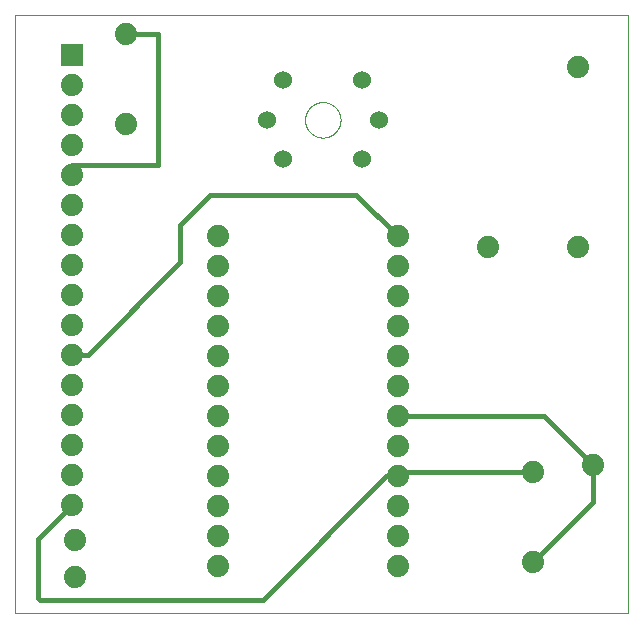
<source format=gtl>
G75*
%MOIN*%
%OFA0B0*%
%FSLAX25Y25*%
%IPPOS*%
%LPD*%
%AMOC8*
5,1,8,0,0,1.08239X$1,22.5*
%
%ADD10C,0.00000*%
%ADD11C,0.07400*%
%ADD12R,0.07400X0.07400*%
%ADD13C,0.06000*%
%ADD14C,0.01600*%
D10*
X0380833Y0098861D02*
X0380833Y0298211D01*
X0585184Y0298211D01*
X0585184Y0098861D01*
X0380833Y0098861D01*
X0477427Y0263250D02*
X0477429Y0263403D01*
X0477435Y0263557D01*
X0477445Y0263710D01*
X0477459Y0263862D01*
X0477477Y0264015D01*
X0477499Y0264166D01*
X0477524Y0264317D01*
X0477554Y0264468D01*
X0477588Y0264618D01*
X0477625Y0264766D01*
X0477666Y0264914D01*
X0477711Y0265060D01*
X0477760Y0265206D01*
X0477813Y0265350D01*
X0477869Y0265492D01*
X0477929Y0265633D01*
X0477993Y0265773D01*
X0478060Y0265911D01*
X0478131Y0266047D01*
X0478206Y0266181D01*
X0478283Y0266313D01*
X0478365Y0266443D01*
X0478449Y0266571D01*
X0478537Y0266697D01*
X0478628Y0266820D01*
X0478722Y0266941D01*
X0478820Y0267059D01*
X0478920Y0267175D01*
X0479024Y0267288D01*
X0479130Y0267399D01*
X0479239Y0267507D01*
X0479351Y0267612D01*
X0479465Y0267713D01*
X0479583Y0267812D01*
X0479702Y0267908D01*
X0479824Y0268001D01*
X0479949Y0268090D01*
X0480076Y0268177D01*
X0480205Y0268259D01*
X0480336Y0268339D01*
X0480469Y0268415D01*
X0480604Y0268488D01*
X0480741Y0268557D01*
X0480880Y0268622D01*
X0481020Y0268684D01*
X0481162Y0268742D01*
X0481305Y0268797D01*
X0481450Y0268848D01*
X0481596Y0268895D01*
X0481743Y0268938D01*
X0481891Y0268977D01*
X0482040Y0269013D01*
X0482190Y0269044D01*
X0482341Y0269072D01*
X0482492Y0269096D01*
X0482645Y0269116D01*
X0482797Y0269132D01*
X0482950Y0269144D01*
X0483103Y0269152D01*
X0483256Y0269156D01*
X0483410Y0269156D01*
X0483563Y0269152D01*
X0483716Y0269144D01*
X0483869Y0269132D01*
X0484021Y0269116D01*
X0484174Y0269096D01*
X0484325Y0269072D01*
X0484476Y0269044D01*
X0484626Y0269013D01*
X0484775Y0268977D01*
X0484923Y0268938D01*
X0485070Y0268895D01*
X0485216Y0268848D01*
X0485361Y0268797D01*
X0485504Y0268742D01*
X0485646Y0268684D01*
X0485786Y0268622D01*
X0485925Y0268557D01*
X0486062Y0268488D01*
X0486197Y0268415D01*
X0486330Y0268339D01*
X0486461Y0268259D01*
X0486590Y0268177D01*
X0486717Y0268090D01*
X0486842Y0268001D01*
X0486964Y0267908D01*
X0487083Y0267812D01*
X0487201Y0267713D01*
X0487315Y0267612D01*
X0487427Y0267507D01*
X0487536Y0267399D01*
X0487642Y0267288D01*
X0487746Y0267175D01*
X0487846Y0267059D01*
X0487944Y0266941D01*
X0488038Y0266820D01*
X0488129Y0266697D01*
X0488217Y0266571D01*
X0488301Y0266443D01*
X0488383Y0266313D01*
X0488460Y0266181D01*
X0488535Y0266047D01*
X0488606Y0265911D01*
X0488673Y0265773D01*
X0488737Y0265633D01*
X0488797Y0265492D01*
X0488853Y0265350D01*
X0488906Y0265206D01*
X0488955Y0265060D01*
X0489000Y0264914D01*
X0489041Y0264766D01*
X0489078Y0264618D01*
X0489112Y0264468D01*
X0489142Y0264317D01*
X0489167Y0264166D01*
X0489189Y0264015D01*
X0489207Y0263862D01*
X0489221Y0263710D01*
X0489231Y0263557D01*
X0489237Y0263403D01*
X0489239Y0263250D01*
X0489237Y0263097D01*
X0489231Y0262943D01*
X0489221Y0262790D01*
X0489207Y0262638D01*
X0489189Y0262485D01*
X0489167Y0262334D01*
X0489142Y0262183D01*
X0489112Y0262032D01*
X0489078Y0261882D01*
X0489041Y0261734D01*
X0489000Y0261586D01*
X0488955Y0261440D01*
X0488906Y0261294D01*
X0488853Y0261150D01*
X0488797Y0261008D01*
X0488737Y0260867D01*
X0488673Y0260727D01*
X0488606Y0260589D01*
X0488535Y0260453D01*
X0488460Y0260319D01*
X0488383Y0260187D01*
X0488301Y0260057D01*
X0488217Y0259929D01*
X0488129Y0259803D01*
X0488038Y0259680D01*
X0487944Y0259559D01*
X0487846Y0259441D01*
X0487746Y0259325D01*
X0487642Y0259212D01*
X0487536Y0259101D01*
X0487427Y0258993D01*
X0487315Y0258888D01*
X0487201Y0258787D01*
X0487083Y0258688D01*
X0486964Y0258592D01*
X0486842Y0258499D01*
X0486717Y0258410D01*
X0486590Y0258323D01*
X0486461Y0258241D01*
X0486330Y0258161D01*
X0486197Y0258085D01*
X0486062Y0258012D01*
X0485925Y0257943D01*
X0485786Y0257878D01*
X0485646Y0257816D01*
X0485504Y0257758D01*
X0485361Y0257703D01*
X0485216Y0257652D01*
X0485070Y0257605D01*
X0484923Y0257562D01*
X0484775Y0257523D01*
X0484626Y0257487D01*
X0484476Y0257456D01*
X0484325Y0257428D01*
X0484174Y0257404D01*
X0484021Y0257384D01*
X0483869Y0257368D01*
X0483716Y0257356D01*
X0483563Y0257348D01*
X0483410Y0257344D01*
X0483256Y0257344D01*
X0483103Y0257348D01*
X0482950Y0257356D01*
X0482797Y0257368D01*
X0482645Y0257384D01*
X0482492Y0257404D01*
X0482341Y0257428D01*
X0482190Y0257456D01*
X0482040Y0257487D01*
X0481891Y0257523D01*
X0481743Y0257562D01*
X0481596Y0257605D01*
X0481450Y0257652D01*
X0481305Y0257703D01*
X0481162Y0257758D01*
X0481020Y0257816D01*
X0480880Y0257878D01*
X0480741Y0257943D01*
X0480604Y0258012D01*
X0480469Y0258085D01*
X0480336Y0258161D01*
X0480205Y0258241D01*
X0480076Y0258323D01*
X0479949Y0258410D01*
X0479824Y0258499D01*
X0479702Y0258592D01*
X0479583Y0258688D01*
X0479465Y0258787D01*
X0479351Y0258888D01*
X0479239Y0258993D01*
X0479130Y0259101D01*
X0479024Y0259212D01*
X0478920Y0259325D01*
X0478820Y0259441D01*
X0478722Y0259559D01*
X0478628Y0259680D01*
X0478537Y0259803D01*
X0478449Y0259929D01*
X0478365Y0260057D01*
X0478283Y0260187D01*
X0478206Y0260319D01*
X0478131Y0260453D01*
X0478060Y0260589D01*
X0477993Y0260727D01*
X0477929Y0260867D01*
X0477869Y0261008D01*
X0477813Y0261150D01*
X0477760Y0261294D01*
X0477711Y0261440D01*
X0477666Y0261586D01*
X0477625Y0261734D01*
X0477588Y0261882D01*
X0477554Y0262032D01*
X0477524Y0262183D01*
X0477499Y0262334D01*
X0477477Y0262485D01*
X0477459Y0262638D01*
X0477445Y0262790D01*
X0477435Y0262943D01*
X0477429Y0263097D01*
X0477427Y0263250D01*
D11*
X0417664Y0261971D03*
X0399810Y0264865D03*
X0399810Y0274865D03*
X0417664Y0291971D03*
X0399810Y0254865D03*
X0399810Y0244865D03*
X0399810Y0234865D03*
X0399810Y0224865D03*
X0399810Y0214865D03*
X0399810Y0204865D03*
X0399810Y0194865D03*
X0399810Y0184865D03*
X0399810Y0174865D03*
X0399810Y0164865D03*
X0399810Y0154865D03*
X0399810Y0144865D03*
X0399810Y0134865D03*
X0400833Y0123250D03*
X0400833Y0110750D03*
X0448333Y0114451D03*
X0448333Y0124451D03*
X0448333Y0134451D03*
X0448333Y0144451D03*
X0448333Y0154451D03*
X0448333Y0164451D03*
X0448333Y0174451D03*
X0448333Y0184451D03*
X0448333Y0194451D03*
X0448333Y0204451D03*
X0448333Y0214451D03*
X0448333Y0224451D03*
X0508333Y0224451D03*
X0508333Y0214451D03*
X0508333Y0204451D03*
X0508333Y0194451D03*
X0508333Y0184451D03*
X0508333Y0174451D03*
X0508333Y0164451D03*
X0508333Y0154451D03*
X0508333Y0144451D03*
X0508333Y0134451D03*
X0508333Y0124451D03*
X0508333Y0114451D03*
X0553333Y0115750D03*
X0553333Y0145750D03*
X0573333Y0148250D03*
X0568333Y0220750D03*
X0538333Y0220750D03*
X0568333Y0280750D03*
D12*
X0399810Y0284865D03*
D13*
X0464633Y0263250D03*
X0470144Y0250061D03*
X0496522Y0250061D03*
X0502034Y0263250D03*
X0496522Y0276439D03*
X0470144Y0276439D03*
D14*
X0428333Y0291971D02*
X0428333Y0248250D01*
X0399810Y0248250D01*
X0399810Y0244865D01*
X0435833Y0228250D02*
X0445833Y0238250D01*
X0494534Y0238250D01*
X0508333Y0224451D01*
X0435833Y0228250D02*
X0435833Y0215750D01*
X0404948Y0184865D01*
X0399810Y0184865D01*
X0399810Y0134865D02*
X0388333Y0123388D01*
X0388333Y0103861D01*
X0388944Y0103250D01*
X0463333Y0103250D01*
X0504534Y0144451D01*
X0508333Y0144451D01*
X0509633Y0145750D01*
X0553333Y0145750D01*
X0557133Y0164451D02*
X0573333Y0148250D01*
X0573333Y0135750D01*
X0553333Y0115750D01*
X0557133Y0164451D02*
X0508333Y0164451D01*
X0428333Y0291971D02*
X0417664Y0291971D01*
M02*

</source>
